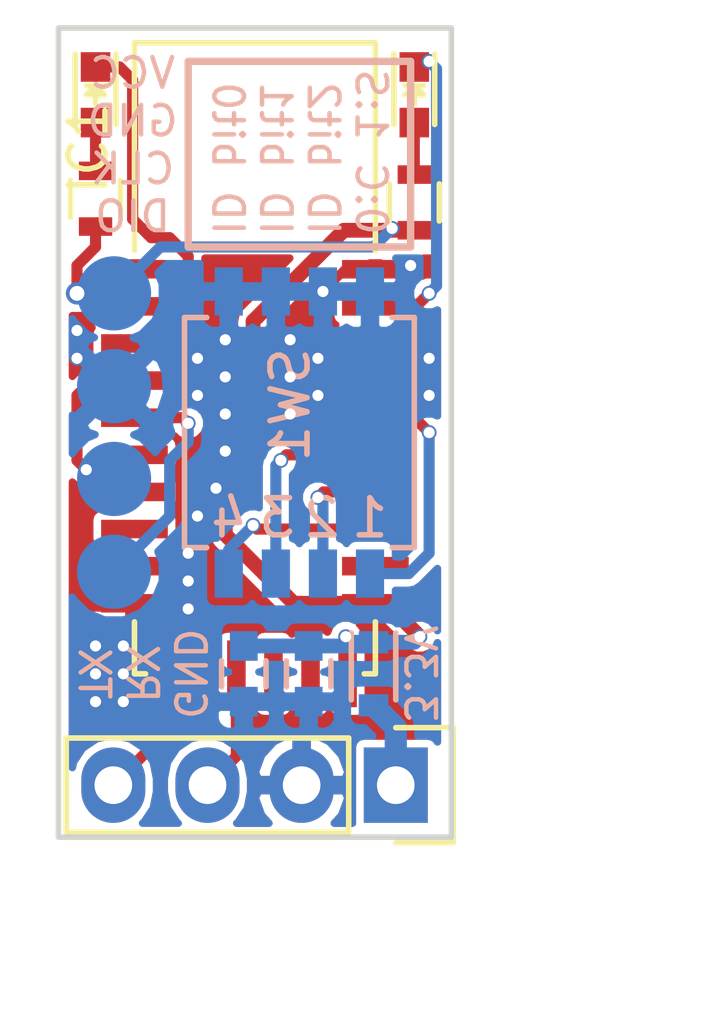
<source format=kicad_pcb>
(kicad_pcb (version 4) (host pcbnew 4.0.5)

  (general
    (links 33)
    (no_connects 0)
    (area 138.125 93.771428 161.35 123.400001)
    (thickness 1.6)
    (drawings 15)
    (tracks 168)
    (zones 0)
    (modules 14)
    (nets 16)
  )

  (page A4)
  (title_block
    (title B-ART_typeP)
    (date 2016-11-27)
    (rev 1)
    (company idt12312)
  )

  (layers
    (0 F.Cu signal)
    (31 B.Cu signal)
    (32 B.Adhes user)
    (33 F.Adhes user)
    (34 B.Paste user)
    (35 F.Paste user)
    (36 B.SilkS user)
    (37 F.SilkS user)
    (38 B.Mask user)
    (39 F.Mask user)
    (40 Dwgs.User user)
    (41 Cmts.User user)
    (42 Eco1.User user)
    (43 Eco2.User user)
    (44 Edge.Cuts user)
    (45 Margin user)
    (46 B.CrtYd user)
    (47 F.CrtYd user)
    (48 B.Fab user)
    (49 F.Fab user)
  )

  (setup
    (last_trace_width 0.25)
    (user_trace_width 0.2)
    (user_trace_width 0.3)
    (user_trace_width 0.4)
    (user_trace_width 0.6)
    (user_trace_width 0.8)
    (user_trace_width 1)
    (trace_clearance 0.2)
    (zone_clearance 0.2)
    (zone_45_only yes)
    (trace_min 0.2)
    (segment_width 0.2)
    (edge_width 0.15)
    (via_size 0.6)
    (via_drill 0.4)
    (via_min_size 0.4)
    (via_min_drill 0.3)
    (user_via 0.4 0.3)
    (user_via 0.6 0.4)
    (user_via 1 0.6)
    (uvia_size 0.3)
    (uvia_drill 0.1)
    (uvias_allowed no)
    (uvia_min_size 0.2)
    (uvia_min_drill 0.1)
    (pcb_text_width 0.3)
    (pcb_text_size 1.5 1.5)
    (mod_edge_width 0.15)
    (mod_text_size 1 1)
    (mod_text_width 0.15)
    (pad_size 1.524 1.524)
    (pad_drill 0.762)
    (pad_to_mask_clearance 0.2)
    (aux_axis_origin 0 0)
    (visible_elements 7FFEFFFF)
    (pcbplotparams
      (layerselection 0x00030_80000001)
      (usegerberextensions false)
      (excludeedgelayer true)
      (linewidth 0.100000)
      (plotframeref false)
      (viasonmask false)
      (mode 1)
      (useauxorigin false)
      (hpglpennumber 1)
      (hpglpenspeed 20)
      (hpglpendiameter 15)
      (hpglpenoverlay 2)
      (psnegative false)
      (psa4output false)
      (plotreference true)
      (plotvalue true)
      (plotinvisibletext false)
      (padsonsilk false)
      (subtractmaskfromsilk false)
      (outputformat 1)
      (mirror false)
      (drillshape 1)
      (scaleselection 1)
      (outputdirectory ""))
  )

  (net 0 "")
  (net 1 +3V3)
  (net 2 GND)
  (net 3 "Net-(D1-Pad2)")
  (net 4 "Net-(D2-Pad2)")
  (net 5 "Net-(D2-Pad1)")
  (net 6 "Net-(D3-Pad2)")
  (net 7 /RX)
  (net 8 /TX)
  (net 9 "Net-(D3-Pad1)")
  (net 10 /SW4)
  (net 11 /SW2)
  (net 12 /SW3)
  (net 13 /SW1)
  (net 14 "Net-(IC1-Pad4)")
  (net 15 "Net-(IC1-Pad5)")

  (net_class Default "これは標準のネット クラスです。"
    (clearance 0.2)
    (trace_width 0.25)
    (via_dia 0.6)
    (via_drill 0.4)
    (uvia_dia 0.3)
    (uvia_drill 0.1)
    (add_net +3V3)
    (add_net /RX)
    (add_net /SW1)
    (add_net /SW2)
    (add_net /SW3)
    (add_net /SW4)
    (add_net /TX)
    (add_net GND)
    (add_net "Net-(D1-Pad2)")
    (add_net "Net-(D2-Pad1)")
    (add_net "Net-(D2-Pad2)")
    (add_net "Net-(D3-Pad1)")
    (add_net "Net-(D3-Pad2)")
    (add_net "Net-(IC1-Pad4)")
    (add_net "Net-(IC1-Pad5)")
  )

  (module Capacitors_SMD:C_0603 placed (layer B.Cu) (tedit 583A54F8) (tstamp 583A4325)
    (at 146.75 112 270)
    (descr "Capacitor SMD 0603, reflow soldering, AVX (see smccp.pdf)")
    (tags "capacitor 0603")
    (path /5839CAAC)
    (attr smd)
    (fp_text reference C1 (at 0 1.9 270) (layer B.SilkS) hide
      (effects (font (size 1 1) (thickness 0.15)) (justify mirror))
    )
    (fp_text value 10u (at 0 -1.9 270) (layer B.Fab)
      (effects (font (size 1 1) (thickness 0.15)) (justify mirror))
    )
    (fp_line (start -0.8 -0.4) (end -0.8 0.4) (layer B.Fab) (width 0.15))
    (fp_line (start 0.8 -0.4) (end -0.8 -0.4) (layer B.Fab) (width 0.15))
    (fp_line (start 0.8 0.4) (end 0.8 -0.4) (layer B.Fab) (width 0.15))
    (fp_line (start -0.8 0.4) (end 0.8 0.4) (layer B.Fab) (width 0.15))
    (fp_line (start -1.45 0.75) (end 1.45 0.75) (layer B.CrtYd) (width 0.05))
    (fp_line (start -1.45 -0.75) (end 1.45 -0.75) (layer B.CrtYd) (width 0.05))
    (fp_line (start -1.45 0.75) (end -1.45 -0.75) (layer B.CrtYd) (width 0.05))
    (fp_line (start 1.45 0.75) (end 1.45 -0.75) (layer B.CrtYd) (width 0.05))
    (fp_line (start -0.35 0.6) (end 0.35 0.6) (layer B.SilkS) (width 0.15))
    (fp_line (start 0.35 -0.6) (end -0.35 -0.6) (layer B.SilkS) (width 0.15))
    (pad 1 smd rect (at -0.75 0 270) (size 0.8 0.75) (layers B.Cu B.Paste B.Mask)
      (net 1 +3V3))
    (pad 2 smd rect (at 0.75 0 270) (size 0.8 0.75) (layers B.Cu B.Paste B.Mask)
      (net 2 GND))
    (model Capacitors_SMD.3dshapes/C_0603.wrl
      (at (xyz 0 0 0))
      (scale (xyz 1 1 1))
      (rotate (xyz 0 0 0))
    )
  )

  (module Capacitors_SMD:C_0603 placed (layer B.Cu) (tedit 583A54FE) (tstamp 583A432B)
    (at 145 112 270)
    (descr "Capacitor SMD 0603, reflow soldering, AVX (see smccp.pdf)")
    (tags "capacitor 0603")
    (path /5839CB30)
    (attr smd)
    (fp_text reference C2 (at -1.7 1.8 360) (layer B.SilkS) hide
      (effects (font (size 1 1) (thickness 0.15)) (justify mirror))
    )
    (fp_text value 0.1u (at 0 -1.9 270) (layer B.Fab)
      (effects (font (size 1 1) (thickness 0.15)) (justify mirror))
    )
    (fp_line (start -0.8 -0.4) (end -0.8 0.4) (layer B.Fab) (width 0.15))
    (fp_line (start 0.8 -0.4) (end -0.8 -0.4) (layer B.Fab) (width 0.15))
    (fp_line (start 0.8 0.4) (end 0.8 -0.4) (layer B.Fab) (width 0.15))
    (fp_line (start -0.8 0.4) (end 0.8 0.4) (layer B.Fab) (width 0.15))
    (fp_line (start -1.45 0.75) (end 1.45 0.75) (layer B.CrtYd) (width 0.05))
    (fp_line (start -1.45 -0.75) (end 1.45 -0.75) (layer B.CrtYd) (width 0.05))
    (fp_line (start -1.45 0.75) (end -1.45 -0.75) (layer B.CrtYd) (width 0.05))
    (fp_line (start 1.45 0.75) (end 1.45 -0.75) (layer B.CrtYd) (width 0.05))
    (fp_line (start -0.35 0.6) (end 0.35 0.6) (layer B.SilkS) (width 0.15))
    (fp_line (start 0.35 -0.6) (end -0.35 -0.6) (layer B.SilkS) (width 0.15))
    (pad 1 smd rect (at -0.75 0 270) (size 0.8 0.75) (layers B.Cu B.Paste B.Mask)
      (net 1 +3V3))
    (pad 2 smd rect (at 0.75 0 270) (size 0.8 0.75) (layers B.Cu B.Paste B.Mask)
      (net 2 GND))
    (model Capacitors_SMD.3dshapes/C_0603.wrl
      (at (xyz 0 0 0))
      (scale (xyz 1 1 1))
      (rotate (xyz 0 0 0))
    )
  )

  (module Diodes_SMD:D_0603 placed (layer B.Cu) (tedit 589BC968) (tstamp 583A4331)
    (at 148.5 112 270)
    (descr "Diode SMD in 0603 package")
    (tags "smd diode")
    (path /5839C4E6)
    (attr smd)
    (fp_text reference D1 (at -2.5 -0.4 270) (layer B.SilkS) hide
      (effects (font (size 1 1) (thickness 0.15)) (justify mirror))
    )
    (fp_text value RB520S (at 0 1.5 270) (layer B.Fab)
      (effects (font (size 1 1) (thickness 0.15)) (justify mirror))
    )
    (fp_line (start 1.5 -0.8) (end 1.5 0.8) (layer B.CrtYd) (width 0.05))
    (fp_line (start -1.5 -0.8) (end 1.5 -0.8) (layer B.CrtYd) (width 0.05))
    (fp_line (start -1.5 0.8) (end -1.5 -0.8) (layer B.CrtYd) (width 0.05))
    (fp_line (start 1.5 0.8) (end -1.5 0.8) (layer B.CrtYd) (width 0.05))
    (fp_line (start 0.2 0) (end 0.4 0) (layer B.Fab) (width 0.15))
    (fp_line (start -0.1 0) (end -0.3 0) (layer B.Fab) (width 0.15))
    (fp_line (start -0.1 0.2) (end -0.1 -0.2) (layer B.Fab) (width 0.15))
    (fp_line (start 0.2 -0.2) (end 0.2 0.2) (layer B.Fab) (width 0.15))
    (fp_line (start -0.1 0) (end 0.2 -0.2) (layer B.Fab) (width 0.15))
    (fp_line (start 0.2 0.2) (end -0.1 0) (layer B.Fab) (width 0.15))
    (fp_line (start -0.8 -0.5) (end -0.8 0.5) (layer B.Fab) (width 0.15))
    (fp_line (start 0.8 -0.5) (end -0.8 -0.5) (layer B.Fab) (width 0.15))
    (fp_line (start 0.8 0.5) (end 0.8 -0.5) (layer B.Fab) (width 0.15))
    (fp_line (start -0.8 0.5) (end 0.8 0.5) (layer B.Fab) (width 0.15))
    (fp_line (start -1.1 -0.6) (end 0.7 -0.6) (layer B.SilkS) (width 0.15))
    (fp_line (start -1.1 0.6) (end 0.7 0.6) (layer B.SilkS) (width 0.15))
    (pad 1 smd rect (at -0.85 0 270) (size 0.6 0.8) (layers B.Cu B.Paste B.Mask)
      (net 1 +3V3))
    (pad 2 smd rect (at 0.85 0 270) (size 0.6 0.8) (layers B.Cu B.Paste B.Mask)
      (net 3 "Net-(D1-Pad2)"))
  )

  (module LEDs:LED_0603 placed (layer F.Cu) (tedit 589C6BD5) (tstamp 583A4337)
    (at 141 96.4 270)
    (descr "LED 0603 smd package")
    (tags "LED led 0603 SMD smd SMT smt smdled SMDLED smtled SMTLED")
    (path /589B6270)
    (attr smd)
    (fp_text reference D2 (at 0.1 -1.75 270) (layer F.SilkS) hide
      (effects (font (size 1 1) (thickness 0.15)))
    )
    (fp_text value RED (at 0 1.5 270) (layer F.Fab)
      (effects (font (size 1 1) (thickness 0.15)))
    )
    (fp_line (start -0.3 -0.2) (end -0.3 0.2) (layer F.Fab) (width 0.15))
    (fp_line (start -0.2 0) (end 0.1 -0.2) (layer F.Fab) (width 0.15))
    (fp_line (start 0.1 0.2) (end -0.2 0) (layer F.Fab) (width 0.15))
    (fp_line (start 0.1 -0.2) (end 0.1 0.2) (layer F.Fab) (width 0.15))
    (fp_line (start 0.8 0.4) (end -0.8 0.4) (layer F.Fab) (width 0.15))
    (fp_line (start 0.8 -0.4) (end 0.8 0.4) (layer F.Fab) (width 0.15))
    (fp_line (start -0.8 -0.4) (end 0.8 -0.4) (layer F.Fab) (width 0.15))
    (fp_line (start -0.8 0.4) (end -0.8 -0.4) (layer F.Fab) (width 0.15))
    (fp_line (start -1.1 0.55) (end 0.8 0.55) (layer F.SilkS) (width 0.15))
    (fp_line (start -1.1 -0.55) (end 0.8 -0.55) (layer F.SilkS) (width 0.15))
    (fp_line (start -0.2 0) (end 0.25 0) (layer F.SilkS) (width 0.15))
    (fp_line (start -0.25 -0.25) (end -0.25 0.25) (layer F.SilkS) (width 0.15))
    (fp_line (start -0.25 0) (end 0 -0.25) (layer F.SilkS) (width 0.15))
    (fp_line (start 0 -0.25) (end 0 0.25) (layer F.SilkS) (width 0.15))
    (fp_line (start 0 0.25) (end -0.25 0) (layer F.SilkS) (width 0.15))
    (fp_line (start 1.4 -0.75) (end 1.4 0.75) (layer F.CrtYd) (width 0.05))
    (fp_line (start 1.4 0.75) (end -1.4 0.75) (layer F.CrtYd) (width 0.05))
    (fp_line (start -1.4 0.75) (end -1.4 -0.75) (layer F.CrtYd) (width 0.05))
    (fp_line (start -1.4 -0.75) (end 1.4 -0.75) (layer F.CrtYd) (width 0.05))
    (pad 2 smd rect (at 0.7493 0 90) (size 0.79756 0.79756) (layers F.Cu F.Paste F.Mask)
      (net 4 "Net-(D2-Pad2)"))
    (pad 1 smd rect (at -0.7493 0 90) (size 0.79756 0.79756) (layers F.Cu F.Paste F.Mask)
      (net 5 "Net-(D2-Pad1)"))
    (model LEDs.3dshapes/LED_0603.wrl
      (at (xyz 0 0 0))
      (scale (xyz 1 1 1))
      (rotate (xyz 0 0 180))
    )
  )

  (module LEDs:LED_0603 placed (layer F.Cu) (tedit 589C6BDB) (tstamp 583A433D)
    (at 149.6 96.4 270)
    (descr "LED 0603 smd package")
    (tags "LED led 0603 SMD smd SMT smt smdled SMDLED smtled SMTLED")
    (path /589B6273)
    (attr smd)
    (fp_text reference D3 (at 0.1 1.6 270) (layer F.SilkS) hide
      (effects (font (size 1 1) (thickness 0.15)))
    )
    (fp_text value GREEN (at 0 1.5 270) (layer F.Fab)
      (effects (font (size 1 1) (thickness 0.15)))
    )
    (fp_line (start -0.3 -0.2) (end -0.3 0.2) (layer F.Fab) (width 0.15))
    (fp_line (start -0.2 0) (end 0.1 -0.2) (layer F.Fab) (width 0.15))
    (fp_line (start 0.1 0.2) (end -0.2 0) (layer F.Fab) (width 0.15))
    (fp_line (start 0.1 -0.2) (end 0.1 0.2) (layer F.Fab) (width 0.15))
    (fp_line (start 0.8 0.4) (end -0.8 0.4) (layer F.Fab) (width 0.15))
    (fp_line (start 0.8 -0.4) (end 0.8 0.4) (layer F.Fab) (width 0.15))
    (fp_line (start -0.8 -0.4) (end 0.8 -0.4) (layer F.Fab) (width 0.15))
    (fp_line (start -0.8 0.4) (end -0.8 -0.4) (layer F.Fab) (width 0.15))
    (fp_line (start -1.1 0.55) (end 0.8 0.55) (layer F.SilkS) (width 0.15))
    (fp_line (start -1.1 -0.55) (end 0.8 -0.55) (layer F.SilkS) (width 0.15))
    (fp_line (start -0.2 0) (end 0.25 0) (layer F.SilkS) (width 0.15))
    (fp_line (start -0.25 -0.25) (end -0.25 0.25) (layer F.SilkS) (width 0.15))
    (fp_line (start -0.25 0) (end 0 -0.25) (layer F.SilkS) (width 0.15))
    (fp_line (start 0 -0.25) (end 0 0.25) (layer F.SilkS) (width 0.15))
    (fp_line (start 0 0.25) (end -0.25 0) (layer F.SilkS) (width 0.15))
    (fp_line (start 1.4 -0.75) (end 1.4 0.75) (layer F.CrtYd) (width 0.05))
    (fp_line (start 1.4 0.75) (end -1.4 0.75) (layer F.CrtYd) (width 0.05))
    (fp_line (start -1.4 0.75) (end -1.4 -0.75) (layer F.CrtYd) (width 0.05))
    (fp_line (start -1.4 -0.75) (end 1.4 -0.75) (layer F.CrtYd) (width 0.05))
    (pad 2 smd rect (at 0.7493 0 90) (size 0.79756 0.79756) (layers F.Cu F.Paste F.Mask)
      (net 6 "Net-(D3-Pad2)"))
    (pad 1 smd rect (at -0.7493 0 90) (size 0.79756 0.79756) (layers F.Cu F.Paste F.Mask)
      (net 9 "Net-(D3-Pad1)"))
    (model LEDs.3dshapes/LED_0603.wrl
      (at (xyz 0 0 0))
      (scale (xyz 1 1 1))
      (rotate (xyz 0 0 180))
    )
  )

  (module Pin_Headers:Pin_Header_Straight_1x04 placed (layer F.Cu) (tedit 589C6BFA) (tstamp 583A4345)
    (at 149.1 115 270)
    (descr "Through hole pin header")
    (tags "pin header")
    (path /5839B0F5)
    (fp_text reference P1 (at -2 7.6 360) (layer F.SilkS) hide
      (effects (font (size 1 1) (thickness 0.15)))
    )
    (fp_text value CONN_01X04 (at 0 -3.1 270) (layer F.Fab)
      (effects (font (size 1 1) (thickness 0.15)))
    )
    (fp_line (start -1.75 -1.75) (end -1.75 9.4) (layer F.CrtYd) (width 0.05))
    (fp_line (start 1.75 -1.75) (end 1.75 9.4) (layer F.CrtYd) (width 0.05))
    (fp_line (start -1.75 -1.75) (end 1.75 -1.75) (layer F.CrtYd) (width 0.05))
    (fp_line (start -1.75 9.4) (end 1.75 9.4) (layer F.CrtYd) (width 0.05))
    (fp_line (start -1.27 1.27) (end -1.27 8.89) (layer F.SilkS) (width 0.15))
    (fp_line (start 1.27 1.27) (end 1.27 8.89) (layer F.SilkS) (width 0.15))
    (fp_line (start 1.55 -1.55) (end 1.55 0) (layer F.SilkS) (width 0.15))
    (fp_line (start -1.27 8.89) (end 1.27 8.89) (layer F.SilkS) (width 0.15))
    (fp_line (start 1.27 1.27) (end -1.27 1.27) (layer F.SilkS) (width 0.15))
    (fp_line (start -1.55 0) (end -1.55 -1.55) (layer F.SilkS) (width 0.15))
    (fp_line (start -1.55 -1.55) (end 1.55 -1.55) (layer F.SilkS) (width 0.15))
    (pad 1 thru_hole rect (at 0 0 270) (size 2.032 1.7272) (drill 1.016) (layers *.Cu *.Mask)
      (net 3 "Net-(D1-Pad2)"))
    (pad 2 thru_hole oval (at 0 2.54 270) (size 2.032 1.7272) (drill 1.016) (layers *.Cu *.Mask)
      (net 2 GND))
    (pad 3 thru_hole oval (at 0 5.08 270) (size 2.032 1.7272) (drill 1.016) (layers *.Cu *.Mask)
      (net 7 /RX))
    (pad 4 thru_hole oval (at 0 7.62 270) (size 2.032 1.7272) (drill 1.016) (layers *.Cu *.Mask)
      (net 8 /TX))
    (model Pin_Headers.3dshapes/Pin_Header_Straight_1x04.wrl
      (at (xyz 0 -0.15 0))
      (scale (xyz 1 1 1))
      (rotate (xyz 0 0 90))
    )
  )

  (module Resistors_SMD:R_0603 placed (layer F.Cu) (tedit 589C6BD0) (tstamp 583A435F)
    (at 141 99.2 90)
    (descr "Resistor SMD 0603, reflow soldering, Vishay (see dcrcw.pdf)")
    (tags "resistor 0603")
    (path /589B6271)
    (attr smd)
    (fp_text reference R1 (at 0.2 1.75 90) (layer F.SilkS) hide
      (effects (font (size 1 1) (thickness 0.15)))
    )
    (fp_text value 1k (at 0 1.9 90) (layer F.Fab)
      (effects (font (size 1 1) (thickness 0.15)))
    )
    (fp_line (start -0.8 0.4) (end -0.8 -0.4) (layer F.Fab) (width 0.1))
    (fp_line (start 0.8 0.4) (end -0.8 0.4) (layer F.Fab) (width 0.1))
    (fp_line (start 0.8 -0.4) (end 0.8 0.4) (layer F.Fab) (width 0.1))
    (fp_line (start -0.8 -0.4) (end 0.8 -0.4) (layer F.Fab) (width 0.1))
    (fp_line (start -1.3 -0.8) (end 1.3 -0.8) (layer F.CrtYd) (width 0.05))
    (fp_line (start -1.3 0.8) (end 1.3 0.8) (layer F.CrtYd) (width 0.05))
    (fp_line (start -1.3 -0.8) (end -1.3 0.8) (layer F.CrtYd) (width 0.05))
    (fp_line (start 1.3 -0.8) (end 1.3 0.8) (layer F.CrtYd) (width 0.05))
    (fp_line (start 0.5 0.675) (end -0.5 0.675) (layer F.SilkS) (width 0.15))
    (fp_line (start -0.5 -0.675) (end 0.5 -0.675) (layer F.SilkS) (width 0.15))
    (pad 1 smd rect (at -0.75 0 90) (size 0.5 0.9) (layers F.Cu F.Paste F.Mask)
      (net 1 +3V3))
    (pad 2 smd rect (at 0.75 0 90) (size 0.5 0.9) (layers F.Cu F.Paste F.Mask)
      (net 4 "Net-(D2-Pad2)"))
    (model Resistors_SMD.3dshapes/R_0603.wrl
      (at (xyz 0 0 0))
      (scale (xyz 1 1 1))
      (rotate (xyz 0 0 0))
    )
  )

  (module Resistors_SMD:R_0603 placed (layer F.Cu) (tedit 589C6BE0) (tstamp 583A4365)
    (at 149.6 99.3 90)
    (descr "Resistor SMD 0603, reflow soldering, Vishay (see dcrcw.pdf)")
    (tags "resistor 0603")
    (path /589B6274)
    (attr smd)
    (fp_text reference R2 (at 0.05 -1.6 90) (layer F.SilkS) hide
      (effects (font (size 1 1) (thickness 0.15)))
    )
    (fp_text value 510 (at 0 1.9 90) (layer F.Fab)
      (effects (font (size 1 1) (thickness 0.15)))
    )
    (fp_line (start -0.8 0.4) (end -0.8 -0.4) (layer F.Fab) (width 0.1))
    (fp_line (start 0.8 0.4) (end -0.8 0.4) (layer F.Fab) (width 0.1))
    (fp_line (start 0.8 -0.4) (end 0.8 0.4) (layer F.Fab) (width 0.1))
    (fp_line (start -0.8 -0.4) (end 0.8 -0.4) (layer F.Fab) (width 0.1))
    (fp_line (start -1.3 -0.8) (end 1.3 -0.8) (layer F.CrtYd) (width 0.05))
    (fp_line (start -1.3 0.8) (end 1.3 0.8) (layer F.CrtYd) (width 0.05))
    (fp_line (start -1.3 -0.8) (end -1.3 0.8) (layer F.CrtYd) (width 0.05))
    (fp_line (start 1.3 -0.8) (end 1.3 0.8) (layer F.CrtYd) (width 0.05))
    (fp_line (start 0.5 0.675) (end -0.5 0.675) (layer F.SilkS) (width 0.15))
    (fp_line (start -0.5 -0.675) (end 0.5 -0.675) (layer F.SilkS) (width 0.15))
    (pad 1 smd rect (at -0.75 0 90) (size 0.5 0.9) (layers F.Cu F.Paste F.Mask)
      (net 1 +3V3))
    (pad 2 smd rect (at 0.75 0 90) (size 0.5 0.9) (layers F.Cu F.Paste F.Mask)
      (net 6 "Net-(D3-Pad2)"))
    (model Resistors_SMD.3dshapes/R_0603.wrl
      (at (xyz 0 0 0))
      (scale (xyz 1 1 1))
      (rotate (xyz 0 0 0))
    )
  )

  (module B-ART:BVMCN5103-BK (layer F.Cu) (tedit 5839ADF8) (tstamp 589B45B6)
    (at 145.3 110.1)
    (path /589B626F)
    (fp_text reference IC1 (at -4.5 -12.25 90) (layer F.SilkS)
      (effects (font (size 1 1) (thickness 0.15)))
    )
    (fp_text value BVMCN5103-BK (at 0 -6.25 90) (layer F.Fab)
      (effects (font (size 1 1) (thickness 0.15)))
    )
    (fp_line (start 3.25 -15.1) (end -3.25 -15.1) (layer F.SilkS) (width 0.15))
    (fp_line (start 3.25 -9.5) (end 3.25 -15.1) (layer F.SilkS) (width 0.15))
    (fp_line (start -3.25 -9.5) (end -3.25 -15.1) (layer F.SilkS) (width 0.15))
    (fp_line (start 3.25 1.9) (end 2.95 1.9) (layer F.SilkS) (width 0.15))
    (fp_line (start -3.25 1.9) (end -2.95 1.9) (layer F.SilkS) (width 0.15))
    (fp_line (start 3.25 0.5) (end 3.25 1.9) (layer F.SilkS) (width 0.15))
    (fp_line (start -3.25 0.5) (end -3.25 1.9) (layer F.SilkS) (width 0.15))
    (pad 17 smd rect (at 3.25 0) (size 1.8 0.5) (layers F.Cu F.Paste F.Mask)
      (net 1 +3V3))
    (pad 18 smd rect (at 3.25 -1) (size 1.8 0.5) (layers F.Cu F.Paste F.Mask))
    (pad 19 smd rect (at 3.25 -2) (size 1.8 0.5) (layers F.Cu F.Paste F.Mask)
      (net 10 /SW4))
    (pad 20 smd rect (at 3.25 -3) (size 1.8 0.5) (layers F.Cu F.Paste F.Mask)
      (net 11 /SW2))
    (pad 21 smd rect (at 3.25 -4) (size 1.8 0.5) (layers F.Cu F.Paste F.Mask)
      (net 12 /SW3))
    (pad 22 smd rect (at 3.25 -5) (size 1.8 0.5) (layers F.Cu F.Paste F.Mask)
      (net 13 /SW1))
    (pad 23 smd rect (at 3.25 -6) (size 1.8 0.5) (layers F.Cu F.Paste F.Mask))
    (pad 24 smd rect (at 3.25 -7) (size 1.8 0.5) (layers F.Cu F.Paste F.Mask))
    (pad 25 smd rect (at 3.25 -8) (size 1.8 0.5) (layers F.Cu F.Paste F.Mask)
      (net 9 "Net-(D3-Pad1)"))
    (pad 26 smd rect (at 3.25 -9) (size 1.8 0.5) (layers F.Cu F.Paste F.Mask)
      (net 2 GND))
    (pad 1 smd rect (at -3.25 -9) (size 1.8 0.5) (layers F.Cu F.Paste F.Mask)
      (net 2 GND))
    (pad 2 smd rect (at -3.25 -8) (size 1.8 0.5) (layers F.Cu F.Paste F.Mask)
      (net 2 GND))
    (pad 3 smd rect (at -3.25 -7) (size 1.8 0.5) (layers F.Cu F.Paste F.Mask)
      (net 5 "Net-(D2-Pad1)"))
    (pad 4 smd rect (at -3.25 -6) (size 1.8 0.5) (layers F.Cu F.Paste F.Mask)
      (net 14 "Net-(IC1-Pad4)"))
    (pad 5 smd rect (at -3.25 -5) (size 1.8 0.5) (layers F.Cu F.Paste F.Mask)
      (net 15 "Net-(IC1-Pad5)"))
    (pad 6 smd rect (at -3.25 -4) (size 1.8 0.5) (layers F.Cu F.Paste F.Mask))
    (pad 7 smd rect (at -3.25 -3) (size 1.8 0.5) (layers F.Cu F.Paste F.Mask))
    (pad 8 smd rect (at -3.25 -2) (size 1.8 0.5) (layers F.Cu F.Paste F.Mask))
    (pad 9 smd rect (at -3.25 -1) (size 1.8 0.5) (layers F.Cu F.Paste F.Mask)
      (net 2 GND))
    (pad 10 smd rect (at -3.25 0) (size 1.8 0.5) (layers F.Cu F.Paste F.Mask)
      (net 2 GND))
    (pad 11 smd rect (at -2.5 1.9 90) (size 1.8 0.5) (layers F.Cu F.Paste F.Mask)
      (net 2 GND))
    (pad 12 smd rect (at -1.5 1.9 90) (size 1.8 0.5) (layers F.Cu F.Paste F.Mask)
      (net 8 /TX))
    (pad 13 smd rect (at -0.5 1.9 90) (size 1.8 0.5) (layers F.Cu F.Paste F.Mask)
      (net 7 /RX))
    (pad 14 smd rect (at 0.5 1.9 90) (size 1.8 0.5) (layers F.Cu F.Paste F.Mask))
    (pad 15 smd rect (at 1.5 1.9 90) (size 1.8 0.5) (layers F.Cu F.Paste F.Mask))
    (pad 16 smd rect (at 2.5 1.9 90) (size 1.8 0.5) (layers F.Cu F.Paste F.Mask)
      (net 1 +3V3))
  )

  (module B-ART:DIPSW-4P (layer B.Cu) (tedit 589BC730) (tstamp 589B45C2)
    (at 146.5 105.5 180)
    (path /589B6278)
    (fp_text reference SW1 (at 0.25 0.75 270) (layer B.SilkS)
      (effects (font (size 1 1) (thickness 0.15)) (justify mirror))
    )
    (fp_text value DIPSW-4 (at 4.4 0.1 450) (layer B.Fab)
      (effects (font (size 1 1) (thickness 0.15)) (justify mirror))
    )
    (fp_text user 4 (at 1.9 -2.3 180) (layer B.SilkS)
      (effects (font (size 1 1) (thickness 0.15)) (justify mirror))
    )
    (fp_text user 3 (at 0.6 -2.3 180) (layer B.SilkS)
      (effects (font (size 1 1) (thickness 0.15)) (justify mirror))
    )
    (fp_text user 2 (at -0.6 -2.3 180) (layer B.SilkS)
      (effects (font (size 1 1) (thickness 0.15)) (justify mirror))
    )
    (fp_text user 1 (at -1.9 -2.3 180) (layer B.SilkS)
      (effects (font (size 1 1) (thickness 0.15)) (justify mirror))
    )
    (fp_line (start -2.5 -3.1) (end -3.1 -3.1) (layer B.SilkS) (width 0.15))
    (fp_line (start -3.1 -3.1) (end -3.1 3.1) (layer B.SilkS) (width 0.15))
    (fp_line (start 2.5 3.1) (end 3.1 3.1) (layer B.SilkS) (width 0.15))
    (fp_line (start 3.1 3.1) (end 3.1 -3.1) (layer B.SilkS) (width 0.15))
    (fp_line (start 3.1 -3.1) (end 2.5 -3.1) (layer B.SilkS) (width 0.15))
    (fp_line (start -3.1 3.1) (end -2.5 3.1) (layer B.SilkS) (width 0.15))
    (pad 1 smd rect (at -1.905 -3.8 180) (size 0.76 1.3) (layers B.Cu B.Paste B.Mask)
      (net 13 /SW1))
    (pad 2 smd rect (at -0.635 -3.8 180) (size 0.76 1.3) (layers B.Cu B.Paste B.Mask)
      (net 11 /SW2))
    (pad 3 smd rect (at 0.635 -3.8 180) (size 0.76 1.3) (layers B.Cu B.Paste B.Mask)
      (net 12 /SW3))
    (pad 4 smd rect (at 1.905 -3.8 180) (size 0.76 1.3) (layers B.Cu B.Paste B.Mask)
      (net 10 /SW4))
    (pad 5 smd rect (at 1.905 3.8 180) (size 0.76 1.3) (layers B.Cu B.Paste B.Mask)
      (net 2 GND))
    (pad 6 smd rect (at 0.635 3.8 180) (size 0.76 1.3) (layers B.Cu B.Paste B.Mask)
      (net 2 GND))
    (pad 7 smd rect (at -0.635 3.8 180) (size 0.76 1.3) (layers B.Cu B.Paste B.Mask)
      (net 2 GND))
    (pad 8 smd rect (at -1.905 3.8 180) (size 0.76 1.3) (layers B.Cu B.Paste B.Mask)
      (net 2 GND))
  )

  (module B-ART:test_th_pad (layer B.Cu) (tedit 589BC920) (tstamp 589B45C7)
    (at 141.5 101.75)
    (path /589B628A)
    (fp_text reference W1 (at 0 -0.5) (layer B.SilkS) hide
      (effects (font (size 1 1) (thickness 0.15)) (justify mirror))
    )
    (fp_text value VCC (at 0 0.5) (layer B.Fab)
      (effects (font (size 1 1) (thickness 0.15)) (justify mirror))
    )
    (pad 1 smd circle (at 0 0) (size 2 2) (layers B.Cu B.Paste B.Mask)
      (net 1 +3V3))
  )

  (module B-ART:test_th_pad (layer B.Cu) (tedit 589BC925) (tstamp 589B45CC)
    (at 141.5 104.25)
    (path /589B628B)
    (fp_text reference W2 (at 0 -0.5) (layer B.SilkS) hide
      (effects (font (size 1 1) (thickness 0.15)) (justify mirror))
    )
    (fp_text value GND (at 0 0.5) (layer B.Fab)
      (effects (font (size 1 1) (thickness 0.15)) (justify mirror))
    )
    (pad 1 smd circle (at 0 0) (size 2 2) (layers B.Cu B.Paste B.Mask)
      (net 2 GND))
  )

  (module B-ART:test_th_pad (layer B.Cu) (tedit 589BC929) (tstamp 589B45D1)
    (at 141.5 106.75)
    (path /589B6288)
    (fp_text reference W3 (at 0 -0.5) (layer B.SilkS) hide
      (effects (font (size 1 1) (thickness 0.15)) (justify mirror))
    )
    (fp_text value SWDCLK (at 0 0.5) (layer B.Fab)
      (effects (font (size 1 1) (thickness 0.15)) (justify mirror))
    )
    (pad 1 smd circle (at 0 0) (size 2 2) (layers B.Cu B.Paste B.Mask)
      (net 14 "Net-(IC1-Pad4)"))
  )

  (module B-ART:test_th_pad (layer B.Cu) (tedit 589BC92E) (tstamp 589B45D6)
    (at 141.5 109.25)
    (path /589B6289)
    (fp_text reference W4 (at 0 -0.5) (layer B.SilkS) hide
      (effects (font (size 1 1) (thickness 0.15)) (justify mirror))
    )
    (fp_text value SWDIO (at 0 0.5) (layer B.Fab)
      (effects (font (size 1 1) (thickness 0.15)) (justify mirror))
    )
    (pad 1 smd circle (at 0 0) (size 2 2) (layers B.Cu B.Paste B.Mask)
      (net 15 "Net-(IC1-Pad5)"))
  )

  (gr_line (start 143.5 100.5) (end 143.75 100.5) (angle 90) (layer B.SilkS) (width 0.2))
  (gr_line (start 143.5 95.5) (end 143.5 100.5) (angle 90) (layer B.SilkS) (width 0.2))
  (gr_line (start 149.5 95.5) (end 143.5 95.5) (angle 90) (layer B.SilkS) (width 0.2))
  (gr_line (start 149.5 100.5) (end 149.5 95.5) (angle 90) (layer B.SilkS) (width 0.2))
  (gr_line (start 143.75 100.5) (end 149.5 100.5) (angle 90) (layer B.SilkS) (width 0.2))
  (gr_text 3.3V (at 149.75 112 270) (layer B.SilkS)
    (effects (font (size 0.8 0.8) (thickness 0.12)) (justify mirror))
  )
  (gr_text "GND\nRX\nTX" (at 142.25 112 270) (layer B.SilkS)
    (effects (font (size 0.8 0.8) (thickness 0.12)) (justify mirror))
  )
  (gr_text "VCC\nGND\nCLK\nDIO" (at 142 97.75) (layer B.SilkS)
    (effects (font (size 0.8 0.8) (thickness 0.12)) (justify mirror))
  )
  (gr_text "0:C 1:S\nID bit2\nID bit1\nID bit0" (at 146.5 100.25 270) (layer B.SilkS)
    (effects (font (size 0.8 0.8) (thickness 0.12)) (justify left mirror))
  )
  (dimension 21.8 (width 0.3) (layer Eco2.User)
    (gr_text "21.800 mm" (at 154.85 105.5 270) (layer Eco2.User)
      (effects (font (size 1.5 1.5) (thickness 0.3)))
    )
    (feature1 (pts (xy 150.6 116.4) (xy 156.2 116.4)))
    (feature2 (pts (xy 150.6 94.6) (xy 156.2 94.6)))
    (crossbar (pts (xy 153.5 94.6) (xy 153.5 116.4)))
    (arrow1a (pts (xy 153.5 116.4) (xy 152.913579 115.273496)))
    (arrow1b (pts (xy 153.5 116.4) (xy 154.086421 115.273496)))
    (arrow2a (pts (xy 153.5 94.6) (xy 152.913579 95.726504)))
    (arrow2b (pts (xy 153.5 94.6) (xy 154.086421 95.726504)))
  )
  (dimension 10.6 (width 0.3) (layer Eco2.User)
    (gr_text "10.600 mm" (at 145.2 118.7) (layer Eco2.User) (tstamp 583A5BFC)
      (effects (font (size 1.5 1.5) (thickness 0.3)))
    )
    (feature1 (pts (xy 150.6 116.4) (xy 150.6 123.4)))
    (feature2 (pts (xy 140 116.4) (xy 140 123.4)))
    (crossbar (pts (xy 140 120.7) (xy 150.6 120.7)))
    (arrow1a (pts (xy 150.6 120.7) (xy 149.473496 121.286421)))
    (arrow1b (pts (xy 150.6 120.7) (xy 149.473496 120.113579)))
    (arrow2a (pts (xy 140 120.7) (xy 141.126504 121.286421)))
    (arrow2b (pts (xy 140 120.7) (xy 141.126504 120.113579)))
  )
  (gr_line (start 140 94.6) (end 150.6 94.6) (angle 90) (layer Edge.Cuts) (width 0.15))
  (gr_line (start 140 116.4) (end 140 94.6) (angle 90) (layer Edge.Cuts) (width 0.15))
  (gr_line (start 150.6 116.4) (end 150.6 94.6) (angle 90) (layer Edge.Cuts) (width 0.15))
  (gr_line (start 140 116.4) (end 150.6 116.4) (angle 90) (layer Edge.Cuts) (width 0.15))

  (segment (start 148.75 100.05) (end 149.6 100.05) (width 0.4) (layer F.Cu) (net 1))
  (segment (start 147.7 100.05) (end 148.75 100.05) (width 0.4) (layer F.Cu) (net 1))
  (segment (start 144.5 108.25) (end 144.5 107.75) (width 0.4) (layer F.Cu) (net 1))
  (segment (start 145.25 102.5) (end 147.7 100.05) (width 0.4) (layer F.Cu) (net 1))
  (segment (start 146.35 110.1) (end 144.5 108.25) (width 0.4) (layer F.Cu) (net 1))
  (segment (start 145.25 107) (end 145.25 102.5) (width 0.4) (layer F.Cu) (net 1))
  (segment (start 148.55 110.1) (end 146.35 110.1) (width 0.4) (layer F.Cu) (net 1))
  (segment (start 144.5 107.75) (end 145.25 107) (width 0.4) (layer F.Cu) (net 1))
  (segment (start 141.5 101.75) (end 142.75 100.5) (width 0.3) (layer B.Cu) (net 1))
  (segment (start 149 100) (end 149.55 100) (width 0.3) (layer F.Cu) (net 1) (tstamp 589B4D67))
  (via (at 149 100) (size 0.4) (drill 0.3) (layers F.Cu B.Cu) (net 1))
  (segment (start 148.5 100.5) (end 149 100) (width 0.3) (layer B.Cu) (net 1) (tstamp 589B4D65))
  (segment (start 142.75 100.5) (end 148.5 100.5) (width 0.3) (layer B.Cu) (net 1) (tstamp 589B4D5C))
  (segment (start 149.55 100) (end 149.6 100.05) (width 0.3) (layer F.Cu) (net 1) (tstamp 589B4D68))
  (segment (start 147.8 112) (end 147.8 111.05) (width 0.4) (layer F.Cu) (net 1))
  (segment (start 147.9 111.15) (end 148.5 111.15) (width 0.4) (layer B.Cu) (net 1) (tstamp 589B4CE6))
  (segment (start 147.75 111) (end 147.9 111.15) (width 0.4) (layer B.Cu) (net 1) (tstamp 589B4CE5))
  (via (at 147.75 111) (size 0.4) (drill 0.3) (layers F.Cu B.Cu) (net 1))
  (segment (start 147.8 111.05) (end 147.75 111) (width 0.4) (layer F.Cu) (net 1) (tstamp 589B4CE0))
  (segment (start 148.5 111.15) (end 149.6 111.15) (width 0.4) (layer B.Cu) (net 1))
  (segment (start 149.6 111.15) (end 149.75 111) (width 0.4) (layer B.Cu) (net 1) (tstamp 589B4CDD))
  (segment (start 148.55 110.1) (end 148.85 110.1) (width 0.4) (layer F.Cu) (net 1))
  (segment (start 148.85 110.1) (end 149.75 111) (width 0.4) (layer F.Cu) (net 1) (tstamp 589B4CD0))
  (via (at 149.75 111) (size 0.4) (drill 0.3) (layers F.Cu B.Cu) (net 1))
  (segment (start 146.75 111.25) (end 148.4 111.25) (width 0.4) (layer B.Cu) (net 1))
  (segment (start 148.4 111.25) (end 148.5 111.15) (width 0.4) (layer B.Cu) (net 1) (tstamp 589B4CC6))
  (segment (start 145 111.25) (end 146.75 111.25) (width 0.4) (layer B.Cu) (net 1))
  (segment (start 141 99.95) (end 141 100.5) (width 0.3) (layer F.Cu) (net 1))
  (segment (start 140.5 101.75) (end 141.5 101.75) (width 0.3) (layer B.Cu) (net 1) (tstamp 589B4C73))
  (via (at 140.5 101.75) (size 0.6) (drill 0.4) (layers F.Cu B.Cu) (net 1))
  (segment (start 140.5 101) (end 140.5 101.75) (width 0.3) (layer F.Cu) (net 1) (tstamp 589B4C6E))
  (segment (start 141 100.5) (end 140.5 101) (width 0.3) (layer F.Cu) (net 1) (tstamp 589B4C6B))
  (segment (start 142.8 112) (end 142.8 110.85) (width 0.25) (layer F.Cu) (net 2))
  (segment (start 142.8 110.85) (end 142.05 110.1) (width 0.25) (layer F.Cu) (net 2) (tstamp 589C6B9A))
  (segment (start 147 103.5) (end 149 103.5) (width 0.25) (layer B.Cu) (net 2))
  (via (at 146.25 103) (size 0.4) (drill 0.3) (layers F.Cu B.Cu) (net 2))
  (segment (start 146.25 103) (end 146.25 104) (width 0.25) (layer F.Cu) (net 2) (tstamp 589BC18C))
  (via (at 146.25 104) (size 0.4) (drill 0.3) (layers F.Cu B.Cu) (net 2))
  (segment (start 146.25 104) (end 146.25 105) (width 0.25) (layer B.Cu) (net 2) (tstamp 589BC18F))
  (via (at 146.25 105) (size 0.4) (drill 0.3) (layers F.Cu B.Cu) (net 2))
  (segment (start 146.25 105) (end 146.75 104.5) (width 0.25) (layer F.Cu) (net 2) (tstamp 589BC192))
  (segment (start 146.75 104.5) (end 147 104.5) (width 0.25) (layer F.Cu) (net 2) (tstamp 589BC193))
  (via (at 147 104.5) (size 0.4) (drill 0.3) (layers F.Cu B.Cu) (net 2))
  (segment (start 147 104.5) (end 147 103.5) (width 0.25) (layer B.Cu) (net 2) (tstamp 589BC195))
  (via (at 147 103.5) (size 0.4) (drill 0.3) (layers F.Cu B.Cu) (net 2))
  (segment (start 144.5 103) (end 146.25 103) (width 0.25) (layer B.Cu) (net 2))
  (segment (start 150 103.5) (end 150 102.75) (width 0.25) (layer B.Cu) (net 2) (tstamp 589BC1A6))
  (via (at 150 103.5) (size 0.4) (drill 0.3) (layers F.Cu B.Cu) (net 2))
  (segment (start 150 104.5) (end 150 103.5) (width 0.25) (layer F.Cu) (net 2) (tstamp 589BC1A3))
  (via (at 150 104.5) (size 0.4) (drill 0.3) (layers F.Cu B.Cu) (net 2))
  (segment (start 149 103.5) (end 150 104.5) (width 0.25) (layer B.Cu) (net 2) (tstamp 589BC19C))
  (segment (start 144.5 103) (end 144.25 103) (width 0.25) (layer B.Cu) (net 2))
  (via (at 143.75 104.5) (size 0.4) (drill 0.3) (layers F.Cu B.Cu) (net 2))
  (segment (start 143.75 103.5) (end 143.75 104.5) (width 0.25) (layer F.Cu) (net 2) (tstamp 589BC185))
  (via (at 143.75 103.5) (size 0.4) (drill 0.3) (layers F.Cu B.Cu) (net 2))
  (segment (start 144.25 103) (end 143.75 103.5) (width 0.25) (layer B.Cu) (net 2) (tstamp 589BC183))
  (segment (start 144.595 101.7) (end 144.595 102.905) (width 0.25) (layer B.Cu) (net 2))
  (via (at 143.75 107.75) (size 0.4) (drill 0.3) (layers F.Cu B.Cu) (net 2))
  (segment (start 143.75 107.5) (end 143.75 107.75) (width 0.25) (layer F.Cu) (net 2) (tstamp 589BC17F))
  (segment (start 144.25 107) (end 143.75 107.5) (width 0.25) (layer F.Cu) (net 2) (tstamp 589BC17E))
  (via (at 144.25 107) (size 0.4) (drill 0.3) (layers F.Cu B.Cu) (net 2))
  (segment (start 144.25 106.25) (end 144.25 107) (width 0.25) (layer B.Cu) (net 2) (tstamp 589BC17C))
  (segment (start 144.5 106) (end 144.25 106.25) (width 0.25) (layer B.Cu) (net 2) (tstamp 589BC17B))
  (via (at 144.5 106) (size 0.4) (drill 0.3) (layers F.Cu B.Cu) (net 2))
  (segment (start 144.5 105) (end 144.5 106) (width 0.25) (layer F.Cu) (net 2) (tstamp 589BC178))
  (via (at 144.5 105) (size 0.4) (drill 0.3) (layers F.Cu B.Cu) (net 2))
  (segment (start 144.5 104) (end 144.5 105) (width 0.25) (layer B.Cu) (net 2) (tstamp 589BC175))
  (via (at 144.5 104) (size 0.4) (drill 0.3) (layers F.Cu B.Cu) (net 2))
  (segment (start 144.5 103) (end 144.5 104) (width 0.25) (layer F.Cu) (net 2) (tstamp 589BC172))
  (via (at 144.5 103) (size 0.4) (drill 0.3) (layers F.Cu B.Cu) (net 2))
  (segment (start 144.595 102.905) (end 144.5 103) (width 0.25) (layer B.Cu) (net 2) (tstamp 589BC16F))
  (segment (start 148.55 101.1) (end 147.735 101.1) (width 0.25) (layer F.Cu) (net 2))
  (segment (start 147.735 101.1) (end 147.135 101.7) (width 0.25) (layer F.Cu) (net 2))
  (via (at 147.135 101.7) (size 0.4) (drill 0.3) (layers F.Cu B.Cu) (net 2))
  (via (at 149.5 101) (size 0.4) (drill 0.3) (layers F.Cu B.Cu) (net 2))
  (segment (start 148.55 101.1) (end 149.4 101.1) (width 0.25) (layer F.Cu) (net 2))
  (segment (start 149.4 101.1) (end 149.5 101) (width 0.25) (layer F.Cu) (net 2))
  (segment (start 142.05 109.1) (end 143.15 109.1) (width 0.3) (layer F.Cu) (net 2))
  (via (at 143.5 110.25) (size 0.4) (drill 0.3) (layers F.Cu B.Cu) (net 2))
  (segment (start 143.5 109.5) (end 143.5 110.25) (width 0.3) (layer F.Cu) (net 2) (tstamp 589B4EBD))
  (via (at 143.5 109.5) (size 0.4) (drill 0.3) (layers F.Cu B.Cu) (net 2))
  (segment (start 143.5 108.75) (end 143.5 109.5) (width 0.3) (layer B.Cu) (net 2) (tstamp 589B4EBA))
  (via (at 143.5 108.75) (size 0.4) (drill 0.3) (layers F.Cu B.Cu) (net 2))
  (segment (start 143.15 109.1) (end 143.5 108.75) (width 0.3) (layer F.Cu) (net 2) (tstamp 589B4EB3))
  (segment (start 142.05 102.1) (end 141.15 102.1) (width 0.3) (layer F.Cu) (net 2))
  (segment (start 141.15 102.1) (end 140.5 102.75) (width 0.3) (layer F.Cu) (net 2) (tstamp 589B4E4F))
  (via (at 140.5 102.75) (size 0.4) (drill 0.3) (layers F.Cu B.Cu) (net 2))
  (segment (start 140.5 102.75) (end 140.5 103.5) (width 0.3) (layer B.Cu) (net 2) (tstamp 589B4E52))
  (via (at 140.5 103.5) (size 0.4) (drill 0.3) (layers F.Cu B.Cu) (net 2))
  (segment (start 142.8 112) (end 142.5 112) (width 0.3) (layer F.Cu) (net 2))
  (via (at 141 111.25) (size 0.4) (drill 0.3) (layers F.Cu B.Cu) (net 2))
  (segment (start 141 112) (end 141 111.25) (width 0.3) (layer B.Cu) (net 2) (tstamp 589B4E39))
  (via (at 141 112) (size 0.4) (drill 0.3) (layers F.Cu B.Cu) (net 2))
  (segment (start 141 112.75) (end 141 112) (width 0.3) (layer F.Cu) (net 2) (tstamp 589B4E36))
  (via (at 141 112.75) (size 0.4) (drill 0.3) (layers F.Cu B.Cu) (net 2))
  (segment (start 141.75 112.75) (end 141 112.75) (width 0.3) (layer B.Cu) (net 2) (tstamp 589B4E33))
  (via (at 141.75 112.75) (size 0.4) (drill 0.3) (layers F.Cu B.Cu) (net 2))
  (segment (start 141.75 112) (end 141.75 112.75) (width 0.3) (layer F.Cu) (net 2) (tstamp 589B4E30))
  (via (at 141.75 112) (size 0.4) (drill 0.3) (layers F.Cu B.Cu) (net 2))
  (segment (start 141.75 111.25) (end 141.75 112) (width 0.3) (layer B.Cu) (net 2) (tstamp 589B4E2D))
  (via (at 141.75 111.25) (size 0.4) (drill 0.3) (layers F.Cu B.Cu) (net 2))
  (segment (start 142.5 112) (end 141.75 111.25) (width 0.3) (layer F.Cu) (net 2) (tstamp 589B4E29))
  (segment (start 149.1 115) (end 149.1 113.45) (width 0.6) (layer B.Cu) (net 3))
  (segment (start 149.1 113.45) (end 148.5 112.85) (width 0.6) (layer B.Cu) (net 3) (tstamp 589B4C29))
  (segment (start 141 97.1493) (end 141 98.45) (width 0.3) (layer F.Cu) (net 4))
  (segment (start 142.05 103.1) (end 142.15 103) (width 0.3) (layer F.Cu) (net 5))
  (segment (start 142.15 103) (end 143.25 103) (width 0.3) (layer F.Cu) (net 5) (tstamp 589B4D48))
  (segment (start 141 95.6507) (end 141.6507 95.6507) (width 0.3) (layer F.Cu) (net 5))
  (segment (start 143.5 102.75) (end 143.25 103) (width 0.3) (layer F.Cu) (net 5) (tstamp 589B4D3E))
  (segment (start 143.5 100.75) (end 143.5 102.75) (width 0.3) (layer F.Cu) (net 5) (tstamp 589B4D3A))
  (segment (start 143 100.25) (end 143.5 100.75) (width 0.3) (layer F.Cu) (net 5) (tstamp 589B4D36))
  (segment (start 142.5 100.25) (end 143 100.25) (width 0.3) (layer F.Cu) (net 5) (tstamp 589B4D35))
  (segment (start 142 99.75) (end 142.5 100.25) (width 0.3) (layer F.Cu) (net 5) (tstamp 589B4D2D))
  (segment (start 142 96) (end 142 99.75) (width 0.3) (layer F.Cu) (net 5) (tstamp 589B4D25))
  (segment (start 141.6507 95.6507) (end 142 96) (width 0.3) (layer F.Cu) (net 5) (tstamp 589B4D24))
  (segment (start 149.6 97.1493) (end 149.6 98.55) (width 0.3) (layer F.Cu) (net 6))
  (segment (start 144.8 112) (end 144.8 114.22) (width 0.3) (layer F.Cu) (net 7))
  (segment (start 144.8 114.22) (end 144.02 115) (width 0.3) (layer F.Cu) (net 7) (tstamp 589B4C3B))
  (segment (start 143.8 112) (end 143.8 113.2) (width 0.3) (layer F.Cu) (net 8))
  (segment (start 142.98 113.5) (end 141.48 115) (width 0.3) (layer F.Cu) (net 8) (tstamp 589B4C45))
  (segment (start 143.5 113.5) (end 142.98 113.5) (width 0.3) (layer F.Cu) (net 8) (tstamp 589B4C41))
  (segment (start 143.8 113.2) (end 143.5 113.5) (width 0.3) (layer F.Cu) (net 8) (tstamp 589B4C3F))
  (segment (start 150.199999 95.699999) (end 150 95.5) (width 0.3) (layer B.Cu) (net 9))
  (segment (start 150.199999 101.550001) (end 150.199999 95.699999) (width 0.3) (layer B.Cu) (net 9))
  (segment (start 150 101.75) (end 150.199999 101.550001) (width 0.3) (layer B.Cu) (net 9))
  (segment (start 148.55 102.1) (end 149.65 102.1) (width 0.3) (layer F.Cu) (net 9))
  (segment (start 150 95.5) (end 149.8493 95.6507) (width 0.3) (layer F.Cu) (net 9) (tstamp 589B4DFB))
  (via (at 150 95.5) (size 0.4) (drill 0.3) (layers F.Cu B.Cu) (net 9))
  (via (at 150 101.75) (size 0.4) (drill 0.3) (layers F.Cu B.Cu) (net 9))
  (segment (start 149.65 102.1) (end 150 101.75) (width 0.3) (layer F.Cu) (net 9) (tstamp 589B4DF1))
  (segment (start 149.8493 95.6507) (end 149.6 95.6507) (width 0.3) (layer F.Cu) (net 9) (tstamp 589B4DFC))
  (segment (start 148.55 108.1) (end 145.35 108.1) (width 0.3) (layer F.Cu) (net 10))
  (segment (start 145.25 108) (end 144.595 108.655) (width 0.3) (layer B.Cu) (net 10) (tstamp 589BC095))
  (via (at 145.25 108) (size 0.4) (drill 0.3) (layers F.Cu B.Cu) (net 10))
  (segment (start 145.35 108.1) (end 145.25 108) (width 0.3) (layer F.Cu) (net 10) (tstamp 589BC091))
  (segment (start 144.595 108.655) (end 144.595 109.3) (width 0.3) (layer B.Cu) (net 10) (tstamp 589BC096))
  (segment (start 144.5 109.205) (end 144.595 109.3) (width 0.3) (layer B.Cu) (net 10))
  (segment (start 148.55 107.1) (end 147.15 107.1) (width 0.3) (layer F.Cu) (net 11))
  (segment (start 147.135 107.385) (end 147.135 109.3) (width 0.3) (layer B.Cu) (net 11) (tstamp 589BC08E))
  (segment (start 147 107.25) (end 147.135 107.385) (width 0.3) (layer B.Cu) (net 11) (tstamp 589BC08D))
  (via (at 147 107.25) (size 0.4) (drill 0.3) (layers F.Cu B.Cu) (net 11))
  (segment (start 147.15 107.1) (end 147 107.25) (width 0.3) (layer F.Cu) (net 11) (tstamp 589BC089))
  (segment (start 148.55 106.1) (end 146.15 106.1) (width 0.3) (layer F.Cu) (net 12))
  (segment (start 145.865 106.385) (end 145.865 109.3) (width 0.3) (layer B.Cu) (net 12) (tstamp 589BC086))
  (segment (start 146 106.25) (end 145.865 106.385) (width 0.3) (layer B.Cu) (net 12) (tstamp 589BC085))
  (via (at 146 106.25) (size 0.4) (drill 0.3) (layers F.Cu B.Cu) (net 12))
  (segment (start 146.15 106.1) (end 146 106.25) (width 0.3) (layer F.Cu) (net 12) (tstamp 589BC081))
  (segment (start 148.55 105.1) (end 149.6 105.1) (width 0.3) (layer F.Cu) (net 13))
  (segment (start 149.45 109.3) (end 148.405 109.3) (width 0.3) (layer B.Cu) (net 13) (tstamp 589BC07C))
  (segment (start 150 108.75) (end 149.45 109.3) (width 0.3) (layer B.Cu) (net 13) (tstamp 589BC078))
  (segment (start 150 105.5) (end 150 108.75) (width 0.3) (layer B.Cu) (net 13) (tstamp 589BC077))
  (via (at 150 105.5) (size 0.4) (drill 0.3) (layers F.Cu B.Cu) (net 13))
  (segment (start 149.6 105.1) (end 150 105.5) (width 0.3) (layer F.Cu) (net 13) (tstamp 589BC073))
  (segment (start 142.05 104.1) (end 140.9 104.1) (width 0.3) (layer F.Cu) (net 14))
  (segment (start 140.75 106.5) (end 141 106.75) (width 0.3) (layer B.Cu) (net 14) (tstamp 589B4D0B))
  (via (at 140.75 106.5) (size 0.4) (drill 0.3) (layers F.Cu B.Cu) (net 14))
  (segment (start 140.5 106.25) (end 140.75 106.5) (width 0.3) (layer F.Cu) (net 14) (tstamp 589B4D08))
  (segment (start 140.5 104.5) (end 140.5 106.25) (width 0.3) (layer F.Cu) (net 14) (tstamp 589B4D05))
  (segment (start 140.9 104.1) (end 140.5 104.5) (width 0.3) (layer F.Cu) (net 14) (tstamp 589B4D03))
  (segment (start 141 106.75) (end 141.5 106.75) (width 0.3) (layer B.Cu) (net 14) (tstamp 589B4D0C))
  (segment (start 142.05 105.1) (end 143.35 105.1) (width 0.3) (layer F.Cu) (net 15))
  (segment (start 143 107.75) (end 141.5 109.25) (width 0.3) (layer B.Cu) (net 15) (tstamp 589BC00B))
  (segment (start 143 106.25) (end 143 107.75) (width 0.3) (layer B.Cu) (net 15) (tstamp 589BC007))
  (segment (start 143.5 105.75) (end 143 106.25) (width 0.3) (layer B.Cu) (net 15) (tstamp 589BBFFF))
  (segment (start 143.5 105.25) (end 143.5 105.75) (width 0.3) (layer B.Cu) (net 15) (tstamp 589BBFFE))
  (via (at 143.5 105.25) (size 0.4) (drill 0.3) (layers F.Cu B.Cu) (net 15))
  (segment (start 143.35 105.1) (end 143.5 105.25) (width 0.3) (layer F.Cu) (net 15) (tstamp 589BBFFA))
  (segment (start 142 109.25) (end 141.5 109.25) (width 0.3) (layer B.Cu) (net 15) (tstamp 589B4D1B))

  (zone (net 2) (net_name GND) (layer B.Cu) (tstamp 583A4E77) (hatch edge 0.508)
    (connect_pads (clearance 0.2))
    (min_thickness 0.2)
    (fill yes (arc_segments 16) (thermal_gap 0.3) (thermal_bridge_width 0.5))
    (polygon
      (pts
        (xy 150.6 116.4) (xy 140 116.4) (xy 140 94.6) (xy 150.6 94.6)
      )
    )
    (filled_polygon
      (pts
        (xy 149.749999 101.312297) (xy 149.717143 101.325873) (xy 149.576367 101.466403) (xy 149.500087 101.650107) (xy 149.499913 101.84902)
        (xy 149.575873 102.032857) (xy 149.716403 102.173633) (xy 149.900107 102.249913) (xy 150.09902 102.250087) (xy 150.225 102.198033)
        (xy 150.225 105.052036) (xy 150.099893 105.000087) (xy 149.90098 104.999913) (xy 149.717143 105.075873) (xy 149.576367 105.216403)
        (xy 149.500087 105.400107) (xy 149.499913 105.59902) (xy 149.55 105.72024) (xy 149.55 108.563604) (xy 149.263604 108.85)
        (xy 149.090877 108.85) (xy 149.090877 108.65) (xy 149.069958 108.538827) (xy 149.004255 108.436721) (xy 148.904003 108.368222)
        (xy 148.785 108.344123) (xy 148.025 108.344123) (xy 147.913827 108.365042) (xy 147.811721 108.430745) (xy 147.769846 108.492031)
        (xy 147.734255 108.436721) (xy 147.634003 108.368222) (xy 147.585 108.358299) (xy 147.585 107.385) (xy 147.550746 107.212792)
        (xy 147.484924 107.114283) (xy 147.424127 106.967143) (xy 147.283597 106.826367) (xy 147.099893 106.750087) (xy 146.90098 106.749913)
        (xy 146.717143 106.825873) (xy 146.576367 106.966403) (xy 146.500087 107.150107) (xy 146.499913 107.34902) (xy 146.575873 107.532857)
        (xy 146.685 107.642175) (xy 146.685 108.357295) (xy 146.643827 108.365042) (xy 146.541721 108.430745) (xy 146.499846 108.492031)
        (xy 146.464255 108.436721) (xy 146.364003 108.368222) (xy 146.315 108.358299) (xy 146.315 106.64204) (xy 146.423633 106.533597)
        (xy 146.499913 106.349893) (xy 146.500087 106.15098) (xy 146.424127 105.967143) (xy 146.283597 105.826367) (xy 146.099893 105.750087)
        (xy 145.90098 105.749913) (xy 145.717143 105.825873) (xy 145.576367 105.966403) (xy 145.514776 106.114732) (xy 145.449254 106.212792)
        (xy 145.415 106.385) (xy 145.415 107.527122) (xy 145.349893 107.500087) (xy 145.15098 107.499913) (xy 144.967143 107.575873)
        (xy 144.826367 107.716403) (xy 144.776069 107.837535) (xy 144.276802 108.336802) (xy 144.27191 108.344123) (xy 144.215 108.344123)
        (xy 144.103827 108.365042) (xy 144.001721 108.430745) (xy 143.933222 108.530997) (xy 143.909123 108.65) (xy 143.909123 109.95)
        (xy 143.930042 110.061173) (xy 143.995745 110.163279) (xy 144.095997 110.231778) (xy 144.215 110.255877) (xy 144.975 110.255877)
        (xy 145.086173 110.234958) (xy 145.188279 110.169255) (xy 145.230154 110.107969) (xy 145.265745 110.163279) (xy 145.365997 110.231778)
        (xy 145.485 110.255877) (xy 146.245 110.255877) (xy 146.356173 110.234958) (xy 146.458279 110.169255) (xy 146.500154 110.107969)
        (xy 146.535745 110.163279) (xy 146.635997 110.231778) (xy 146.755 110.255877) (xy 147.515 110.255877) (xy 147.626173 110.234958)
        (xy 147.728279 110.169255) (xy 147.770154 110.107969) (xy 147.805745 110.163279) (xy 147.905997 110.231778) (xy 148.025 110.255877)
        (xy 148.785 110.255877) (xy 148.896173 110.234958) (xy 148.998279 110.169255) (xy 149.066778 110.069003) (xy 149.090877 109.95)
        (xy 149.090877 109.75) (xy 149.45 109.75) (xy 149.622208 109.715746) (xy 149.768198 109.618198) (xy 150.225 109.161396)
        (xy 150.225 110.840265) (xy 150.174127 110.717143) (xy 150.033597 110.576367) (xy 149.849893 110.500087) (xy 149.65098 110.499913)
        (xy 149.467143 110.575873) (xy 149.392886 110.65) (xy 149.1278 110.65) (xy 149.119255 110.636721) (xy 149.019003 110.568222)
        (xy 148.9 110.544123) (xy 148.1 110.544123) (xy 148.000867 110.562776) (xy 147.849893 110.500087) (xy 147.65098 110.499913)
        (xy 147.467143 110.575873) (xy 147.368478 110.674365) (xy 147.344255 110.636721) (xy 147.244003 110.568222) (xy 147.125 110.544123)
        (xy 146.375 110.544123) (xy 146.263827 110.565042) (xy 146.161721 110.630745) (xy 146.093222 110.730997) (xy 146.089374 110.75)
        (xy 145.66206 110.75) (xy 145.659958 110.738827) (xy 145.594255 110.636721) (xy 145.494003 110.568222) (xy 145.375 110.544123)
        (xy 144.625 110.544123) (xy 144.513827 110.565042) (xy 144.411721 110.630745) (xy 144.343222 110.730997) (xy 144.319123 110.85)
        (xy 144.319123 111.65) (xy 144.340042 111.761173) (xy 144.405745 111.863279) (xy 144.505997 111.931778) (xy 144.595979 111.95)
        (xy 144.545435 111.95) (xy 144.398418 112.010896) (xy 144.285896 112.123418) (xy 144.225 112.270435) (xy 144.225 112.5)
        (xy 144.325 112.6) (xy 144.85 112.6) (xy 144.85 112.58) (xy 145.15 112.58) (xy 145.15 112.6)
        (xy 145.675 112.6) (xy 145.775 112.5) (xy 145.775 112.270435) (xy 145.714104 112.123418) (xy 145.601582 112.010896)
        (xy 145.454565 111.95) (xy 145.406233 111.95) (xy 145.486173 111.934958) (xy 145.588279 111.869255) (xy 145.656778 111.769003)
        (xy 145.660626 111.75) (xy 146.08794 111.75) (xy 146.090042 111.761173) (xy 146.155745 111.863279) (xy 146.255997 111.931778)
        (xy 146.345979 111.95) (xy 146.295435 111.95) (xy 146.148418 112.010896) (xy 146.035896 112.123418) (xy 145.975 112.270435)
        (xy 145.975 112.5) (xy 146.075 112.6) (xy 146.6 112.6) (xy 146.6 112.58) (xy 146.9 112.58)
        (xy 146.9 112.6) (xy 147.425 112.6) (xy 147.525 112.5) (xy 147.525 112.270435) (xy 147.464104 112.123418)
        (xy 147.351582 112.010896) (xy 147.204565 111.95) (xy 147.156233 111.95) (xy 147.236173 111.934958) (xy 147.338279 111.869255)
        (xy 147.406778 111.769003) (xy 147.410626 111.75) (xy 148.070979 111.75) (xy 148.1 111.755877) (xy 148.9 111.755877)
        (xy 149.011173 111.734958) (xy 149.113279 111.669255) (xy 149.126435 111.65) (xy 149.6 111.65) (xy 149.791342 111.61194)
        (xy 149.953553 111.503553) (xy 150.102673 111.354433) (xy 150.173633 111.283597) (xy 150.225 111.159891) (xy 150.225 113.836217)
        (xy 150.182855 113.770721) (xy 150.082603 113.702222) (xy 149.9636 113.678123) (xy 149.7 113.678123) (xy 149.7 113.45)
        (xy 149.654328 113.22039) (xy 149.524264 113.025736) (xy 149.205877 112.707349) (xy 149.205877 112.55) (xy 149.184958 112.438827)
        (xy 149.119255 112.336721) (xy 149.019003 112.268222) (xy 148.9 112.244123) (xy 148.1 112.244123) (xy 147.988827 112.265042)
        (xy 147.886721 112.330745) (xy 147.818222 112.430997) (xy 147.794123 112.55) (xy 147.794123 113.15) (xy 147.815042 113.261173)
        (xy 147.880745 113.363279) (xy 147.980997 113.431778) (xy 148.1 113.455877) (xy 148.257349 113.455877) (xy 148.479595 113.678123)
        (xy 148.2364 113.678123) (xy 148.125227 113.699042) (xy 148.023121 113.764745) (xy 147.954622 113.864997) (xy 147.930523 113.984)
        (xy 147.930523 116.016) (xy 147.932216 116.025) (xy 147.441389 116.025) (xy 147.638772 115.810657) (xy 147.808559 115.347722)
        (xy 147.723742 115.15) (xy 146.71 115.15) (xy 146.71 115.17) (xy 146.41 115.17) (xy 146.41 115.15)
        (xy 145.396258 115.15) (xy 145.311441 115.347722) (xy 145.481228 115.810657) (xy 145.678611 116.025) (xy 144.806827 116.025)
        (xy 144.842789 116.000971) (xy 145.095026 115.623472) (xy 145.1836 115.178182) (xy 145.1836 114.821818) (xy 145.149877 114.652278)
        (xy 145.311441 114.652278) (xy 145.396258 114.85) (xy 146.41 114.85) (xy 146.41 113.693709) (xy 146.71 113.693709)
        (xy 146.71 114.85) (xy 147.723742 114.85) (xy 147.808559 114.652278) (xy 147.638772 114.189343) (xy 147.304751 113.826622)
        (xy 146.904426 113.631847) (xy 146.71 113.693709) (xy 146.41 113.693709) (xy 146.215574 113.631847) (xy 145.815249 113.826622)
        (xy 145.481228 114.189343) (xy 145.311441 114.652278) (xy 145.149877 114.652278) (xy 145.095026 114.376528) (xy 144.842789 113.999029)
        (xy 144.46529 113.746792) (xy 144.02 113.658218) (xy 143.57471 113.746792) (xy 143.197211 113.999029) (xy 142.944974 114.376528)
        (xy 142.8564 114.821818) (xy 142.8564 115.178182) (xy 142.944974 115.623472) (xy 143.197211 116.000971) (xy 143.233173 116.025)
        (xy 142.266827 116.025) (xy 142.302789 116.000971) (xy 142.555026 115.623472) (xy 142.6436 115.178182) (xy 142.6436 114.821818)
        (xy 142.555026 114.376528) (xy 142.302789 113.999029) (xy 141.92529 113.746792) (xy 141.48 113.658218) (xy 141.03471 113.746792)
        (xy 140.657211 113.999029) (xy 140.404974 114.376528) (xy 140.375 114.527217) (xy 140.375 113) (xy 144.225 113)
        (xy 144.225 113.229565) (xy 144.285896 113.376582) (xy 144.398418 113.489104) (xy 144.545435 113.55) (xy 144.75 113.55)
        (xy 144.85 113.45) (xy 144.85 112.9) (xy 145.15 112.9) (xy 145.15 113.45) (xy 145.25 113.55)
        (xy 145.454565 113.55) (xy 145.601582 113.489104) (xy 145.714104 113.376582) (xy 145.775 113.229565) (xy 145.775 113)
        (xy 145.975 113) (xy 145.975 113.229565) (xy 146.035896 113.376582) (xy 146.148418 113.489104) (xy 146.295435 113.55)
        (xy 146.5 113.55) (xy 146.6 113.45) (xy 146.6 112.9) (xy 146.9 112.9) (xy 146.9 113.45)
        (xy 147 113.55) (xy 147.204565 113.55) (xy 147.351582 113.489104) (xy 147.464104 113.376582) (xy 147.525 113.229565)
        (xy 147.525 113) (xy 147.425 112.9) (xy 146.9 112.9) (xy 146.6 112.9) (xy 146.075 112.9)
        (xy 145.975 113) (xy 145.775 113) (xy 145.675 112.9) (xy 145.15 112.9) (xy 144.85 112.9)
        (xy 144.325 112.9) (xy 144.225 113) (xy 140.375 113) (xy 140.375 109.931529) (xy 140.397271 109.985429)
        (xy 140.762647 110.351444) (xy 141.240279 110.549774) (xy 141.757452 110.550226) (xy 142.235429 110.352729) (xy 142.601444 109.987353)
        (xy 142.799774 109.509721) (xy 142.800226 108.992548) (xy 142.681408 108.704988) (xy 143.318198 108.068198) (xy 143.415746 107.922208)
        (xy 143.45 107.75) (xy 143.45 106.436396) (xy 143.818198 106.068198) (xy 143.830358 106.05) (xy 143.915746 105.922208)
        (xy 143.95 105.75) (xy 143.95 105.470098) (xy 143.999913 105.349893) (xy 144.000087 105.15098) (xy 143.924127 104.967143)
        (xy 143.783597 104.826367) (xy 143.599893 104.750087) (xy 143.40098 104.749913) (xy 143.217143 104.825873) (xy 143.076367 104.966403)
        (xy 143.000087 105.150107) (xy 142.999913 105.34902) (xy 143.05 105.47024) (xy 143.05 105.563604) (xy 142.681802 105.931802)
        (xy 142.611811 106.036551) (xy 142.602729 106.014571) (xy 142.237353 105.648556) (xy 142.029931 105.562427) (xy 142.213023 105.486588)
        (xy 142.326556 105.288688) (xy 141.5 104.462132) (xy 140.673444 105.288688) (xy 140.786977 105.486588) (xy 140.988334 105.554814)
        (xy 140.764571 105.647271) (xy 140.398556 106.012647) (xy 140.375 106.069376) (xy 140.375 105.02704) (xy 140.461312 105.076556)
        (xy 141.287868 104.25) (xy 141.712132 104.25) (xy 142.538688 105.076556) (xy 142.736588 104.963023) (xy 142.91532 104.435526)
        (xy 142.878583 103.879784) (xy 142.736588 103.536977) (xy 142.538688 103.423444) (xy 141.712132 104.25) (xy 141.287868 104.25)
        (xy 140.461312 103.423444) (xy 140.375 103.47296) (xy 140.375 102.431529) (xy 140.397271 102.485429) (xy 140.762647 102.851444)
        (xy 140.970069 102.937573) (xy 140.786977 103.013412) (xy 140.673444 103.211312) (xy 141.5 104.037868) (xy 142.326556 103.211312)
        (xy 142.213023 103.013412) (xy 142.011666 102.945186) (xy 142.235429 102.852729) (xy 142.601444 102.487353) (xy 142.799774 102.009721)
        (xy 142.799826 101.95) (xy 143.815 101.95) (xy 143.815 102.429565) (xy 143.875896 102.576582) (xy 143.988418 102.689104)
        (xy 144.135435 102.75) (xy 144.345 102.75) (xy 144.445 102.65) (xy 144.445 101.85) (xy 144.745 101.85)
        (xy 144.745 102.65) (xy 144.845 102.75) (xy 145.054565 102.75) (xy 145.201582 102.689104) (xy 145.23 102.660686)
        (xy 145.258418 102.689104) (xy 145.405435 102.75) (xy 145.615 102.75) (xy 145.715 102.65) (xy 145.715 101.85)
        (xy 146.015 101.85) (xy 146.015 102.65) (xy 146.115 102.75) (xy 146.324565 102.75) (xy 146.471582 102.689104)
        (xy 146.5 102.660686) (xy 146.528418 102.689104) (xy 146.675435 102.75) (xy 146.885 102.75) (xy 146.985 102.65)
        (xy 146.985 101.85) (xy 147.285 101.85) (xy 147.285 102.65) (xy 147.385 102.75) (xy 147.594565 102.75)
        (xy 147.741582 102.689104) (xy 147.77 102.660686) (xy 147.798418 102.689104) (xy 147.945435 102.75) (xy 148.155 102.75)
        (xy 148.255 102.65) (xy 148.255 101.85) (xy 148.555 101.85) (xy 148.555 102.65) (xy 148.655 102.75)
        (xy 148.864565 102.75) (xy 149.011582 102.689104) (xy 149.124104 102.576582) (xy 149.185 102.429565) (xy 149.185 101.95)
        (xy 149.085 101.85) (xy 148.555 101.85) (xy 148.255 101.85) (xy 147.285 101.85) (xy 146.985 101.85)
        (xy 146.015 101.85) (xy 145.715 101.85) (xy 144.745 101.85) (xy 144.445 101.85) (xy 143.915 101.85)
        (xy 143.815 101.95) (xy 142.799826 101.95) (xy 142.800226 101.492548) (xy 142.681408 101.204988) (xy 142.936396 100.95)
        (xy 143.823464 100.95) (xy 143.815 100.970435) (xy 143.815 101.45) (xy 143.915 101.55) (xy 144.445 101.55)
        (xy 144.445 101.53) (xy 144.745 101.53) (xy 144.745 101.55) (xy 145.715 101.55) (xy 145.715 101.53)
        (xy 146.015 101.53) (xy 146.015 101.55) (xy 146.985 101.55) (xy 146.985 101.53) (xy 147.285 101.53)
        (xy 147.285 101.55) (xy 148.255 101.55) (xy 148.255 101.53) (xy 148.555 101.53) (xy 148.555 101.55)
        (xy 149.085 101.55) (xy 149.185 101.45) (xy 149.185 100.970435) (xy 149.124104 100.823418) (xy 149.100686 100.8)
        (xy 149.749999 100.8)
      )
    )
  )
  (zone (net 2) (net_name GND) (layer F.Cu) (tstamp 583A4EAB) (hatch edge 0.508)
    (connect_pads (clearance 0.2))
    (min_thickness 0.2)
    (fill yes (arc_segments 16) (thermal_gap 0.3) (thermal_bridge_width 0.5))
    (polygon
      (pts
        (xy 150.6 116.4) (xy 140 116.4) (xy 140 94.6) (xy 150.6 94.6)
      )
    )
    (filled_polygon
      (pts
        (xy 149.396138 111.353245) (xy 149.466403 111.423633) (xy 149.650107 111.499913) (xy 149.84902 111.500087) (xy 150.032857 111.424127)
        (xy 150.173633 111.283597) (xy 150.225 111.159891) (xy 150.225 113.836217) (xy 150.182855 113.770721) (xy 150.082603 113.702222)
        (xy 149.9636 113.678123) (xy 148.2364 113.678123) (xy 148.125227 113.699042) (xy 148.023121 113.764745) (xy 147.954622 113.864997)
        (xy 147.930523 113.984) (xy 147.930523 116.016) (xy 147.932216 116.025) (xy 147.441389 116.025) (xy 147.638772 115.810657)
        (xy 147.808559 115.347722) (xy 147.723742 115.15) (xy 146.71 115.15) (xy 146.71 115.17) (xy 146.41 115.17)
        (xy 146.41 115.15) (xy 145.396258 115.15) (xy 145.311441 115.347722) (xy 145.481228 115.810657) (xy 145.678611 116.025)
        (xy 144.806827 116.025) (xy 144.842789 116.000971) (xy 145.095026 115.623472) (xy 145.1836 115.178182) (xy 145.1836 114.821818)
        (xy 145.149877 114.652278) (xy 145.311441 114.652278) (xy 145.396258 114.85) (xy 146.41 114.85) (xy 146.41 113.693709)
        (xy 146.71 113.693709) (xy 146.71 114.85) (xy 147.723742 114.85) (xy 147.808559 114.652278) (xy 147.638772 114.189343)
        (xy 147.304751 113.826622) (xy 146.904426 113.631847) (xy 146.71 113.693709) (xy 146.41 113.693709) (xy 146.215574 113.631847)
        (xy 145.815249 113.826622) (xy 145.481228 114.189343) (xy 145.311441 114.652278) (xy 145.149877 114.652278) (xy 145.125123 114.527834)
        (xy 145.215747 114.392207) (xy 145.25 114.22) (xy 145.25 113.1278) (xy 145.263279 113.119255) (xy 145.300004 113.065506)
        (xy 145.330745 113.113279) (xy 145.430997 113.181778) (xy 145.55 113.205877) (xy 146.05 113.205877) (xy 146.161173 113.184958)
        (xy 146.263279 113.119255) (xy 146.300004 113.065506) (xy 146.330745 113.113279) (xy 146.430997 113.181778) (xy 146.55 113.205877)
        (xy 147.05 113.205877) (xy 147.161173 113.184958) (xy 147.263279 113.119255) (xy 147.300004 113.065506) (xy 147.330745 113.113279)
        (xy 147.430997 113.181778) (xy 147.55 113.205877) (xy 148.05 113.205877) (xy 148.161173 113.184958) (xy 148.263279 113.119255)
        (xy 148.331778 113.019003) (xy 148.355877 112.9) (xy 148.355877 111.1) (xy 148.334958 110.988827) (xy 148.269255 110.886721)
        (xy 148.267249 110.885351) (xy 148.26194 110.858658) (xy 148.196617 110.760896) (xy 148.185056 110.743594) (xy 148.174127 110.717143)
        (xy 148.15373 110.69671) (xy 148.153554 110.696447) (xy 148.112983 110.655877) (xy 148.698771 110.655877)
      )
    )
    (filled_polygon
      (pts
        (xy 144.896447 102.146447) (xy 144.78806 102.308658) (xy 144.75 102.5) (xy 144.75 106.792893) (xy 144.146447 107.396447)
        (xy 144.03806 107.558658) (xy 144 107.75) (xy 144 108.25) (xy 144.034636 108.424127) (xy 144.03806 108.441342)
        (xy 144.146447 108.603553) (xy 145.996447 110.453553) (xy 146.158658 110.56194) (xy 146.35 110.6) (xy 147.442974 110.6)
        (xy 147.326367 110.716403) (xy 147.258653 110.879477) (xy 147.169003 110.818222) (xy 147.05 110.794123) (xy 146.55 110.794123)
        (xy 146.438827 110.815042) (xy 146.336721 110.880745) (xy 146.299996 110.934494) (xy 146.269255 110.886721) (xy 146.169003 110.818222)
        (xy 146.05 110.794123) (xy 145.55 110.794123) (xy 145.438827 110.815042) (xy 145.336721 110.880745) (xy 145.299996 110.934494)
        (xy 145.269255 110.886721) (xy 145.169003 110.818222) (xy 145.05 110.794123) (xy 144.55 110.794123) (xy 144.438827 110.815042)
        (xy 144.336721 110.880745) (xy 144.299996 110.934494) (xy 144.269255 110.886721) (xy 144.169003 110.818222) (xy 144.05 110.794123)
        (xy 143.55 110.794123) (xy 143.438827 110.815042) (xy 143.373052 110.857366) (xy 143.276582 110.760896) (xy 143.139921 110.704289)
        (xy 143.176582 110.689104) (xy 143.289104 110.576582) (xy 143.35 110.429565) (xy 143.35 110.325) (xy 143.25 110.225)
        (xy 142.2 110.225) (xy 142.2 110.65) (xy 142.3 110.75) (xy 142.349723 110.75) (xy 142.323418 110.760896)
        (xy 142.210896 110.873418) (xy 142.15 111.020435) (xy 142.15 111.75) (xy 142.25 111.85) (xy 142.675 111.85)
        (xy 142.675 111.83) (xy 142.925 111.83) (xy 142.925 111.85) (xy 142.97 111.85) (xy 142.97 112.15)
        (xy 142.925 112.15) (xy 142.925 112.17) (xy 142.675 112.17) (xy 142.675 112.15) (xy 142.25 112.15)
        (xy 142.15 112.25) (xy 142.15 112.979565) (xy 142.210896 113.126582) (xy 142.323418 113.239104) (xy 142.470435 113.3)
        (xy 142.543604 113.3) (xy 142.02811 113.815494) (xy 141.92529 113.746792) (xy 141.48 113.658218) (xy 141.03471 113.746792)
        (xy 140.657211 113.999029) (xy 140.404974 114.376528) (xy 140.375 114.527217) (xy 140.375 110.325) (xy 140.75 110.325)
        (xy 140.75 110.429565) (xy 140.810896 110.576582) (xy 140.923418 110.689104) (xy 141.070435 110.75) (xy 141.8 110.75)
        (xy 141.9 110.65) (xy 141.9 110.225) (xy 140.85 110.225) (xy 140.75 110.325) (xy 140.375 110.325)
        (xy 140.375 109.325) (xy 140.75 109.325) (xy 140.75 109.429565) (xy 140.810896 109.576582) (xy 140.834314 109.6)
        (xy 140.810896 109.623418) (xy 140.75 109.770435) (xy 140.75 109.875) (xy 140.85 109.975) (xy 141.9 109.975)
        (xy 141.9 109.225) (xy 142.2 109.225) (xy 142.2 109.975) (xy 143.25 109.975) (xy 143.35 109.875)
        (xy 143.35 109.770435) (xy 143.289104 109.623418) (xy 143.265686 109.6) (xy 143.289104 109.576582) (xy 143.35 109.429565)
        (xy 143.35 109.325) (xy 143.25 109.225) (xy 142.2 109.225) (xy 141.9 109.225) (xy 140.85 109.225)
        (xy 140.75 109.325) (xy 140.375 109.325) (xy 140.375 106.83207) (xy 140.466403 106.923633) (xy 140.650107 106.999913)
        (xy 140.844123 107.000083) (xy 140.844123 107.35) (xy 140.865042 107.461173) (xy 140.930745 107.563279) (xy 140.984494 107.600004)
        (xy 140.936721 107.630745) (xy 140.868222 107.730997) (xy 140.844123 107.85) (xy 140.844123 108.35) (xy 140.865042 108.461173)
        (xy 140.907366 108.526948) (xy 140.810896 108.623418) (xy 140.75 108.770435) (xy 140.75 108.875) (xy 140.85 108.975)
        (xy 141.9 108.975) (xy 141.9 108.93) (xy 142.2 108.93) (xy 142.2 108.975) (xy 143.25 108.975)
        (xy 143.35 108.875) (xy 143.35 108.770435) (xy 143.289104 108.623418) (xy 143.192368 108.526682) (xy 143.231778 108.469003)
        (xy 143.255877 108.35) (xy 143.255877 107.85) (xy 143.234958 107.738827) (xy 143.169255 107.636721) (xy 143.115506 107.599996)
        (xy 143.163279 107.569255) (xy 143.231778 107.469003) (xy 143.255877 107.35) (xy 143.255877 106.85) (xy 143.234958 106.738827)
        (xy 143.169255 106.636721) (xy 143.115506 106.599996) (xy 143.163279 106.569255) (xy 143.231778 106.469003) (xy 143.255877 106.35)
        (xy 143.255877 105.85) (xy 143.234958 105.738827) (xy 143.169255 105.636721) (xy 143.115506 105.599996) (xy 143.132182 105.589265)
        (xy 143.216403 105.673633) (xy 143.400107 105.749913) (xy 143.59902 105.750087) (xy 143.782857 105.674127) (xy 143.923633 105.533597)
        (xy 143.999913 105.349893) (xy 144.000087 105.15098) (xy 143.924127 104.967143) (xy 143.783597 104.826367) (xy 143.654944 104.772946)
        (xy 143.620473 104.749913) (xy 143.522208 104.684254) (xy 143.35 104.65) (xy 143.1778 104.65) (xy 143.169255 104.636721)
        (xy 143.115506 104.599996) (xy 143.163279 104.569255) (xy 143.231778 104.469003) (xy 143.255877 104.35) (xy 143.255877 103.85)
        (xy 143.234958 103.738827) (xy 143.169255 103.636721) (xy 143.115506 103.599996) (xy 143.163279 103.569255) (xy 143.231778 103.469003)
        (xy 143.235626 103.45) (xy 143.25 103.45) (xy 143.422208 103.415746) (xy 143.568198 103.318198) (xy 143.818198 103.068198)
        (xy 143.915746 102.922208) (xy 143.95 102.75) (xy 143.95 100.8) (xy 146.242893 100.8)
      )
    )
    (filled_polygon
      (pts
        (xy 147.25 101.250002) (xy 147.324998 101.250002) (xy 147.25 101.325) (xy 147.25 101.429565) (xy 147.310896 101.576582)
        (xy 147.407632 101.673318) (xy 147.368222 101.730997) (xy 147.344123 101.85) (xy 147.344123 102.35) (xy 147.365042 102.461173)
        (xy 147.430745 102.563279) (xy 147.484494 102.600004) (xy 147.436721 102.630745) (xy 147.368222 102.730997) (xy 147.344123 102.85)
        (xy 147.344123 103.35) (xy 147.365042 103.461173) (xy 147.430745 103.563279) (xy 147.484494 103.600004) (xy 147.436721 103.630745)
        (xy 147.368222 103.730997) (xy 147.344123 103.85) (xy 147.344123 104.35) (xy 147.365042 104.461173) (xy 147.430745 104.563279)
        (xy 147.484494 104.600004) (xy 147.436721 104.630745) (xy 147.368222 104.730997) (xy 147.344123 104.85) (xy 147.344123 105.35)
        (xy 147.365042 105.461173) (xy 147.430745 105.563279) (xy 147.484494 105.600004) (xy 147.436721 105.630745) (xy 147.423565 105.65)
        (xy 146.15 105.65) (xy 145.977792 105.684254) (xy 145.879527 105.749913) (xy 145.844764 105.773141) (xy 145.75 105.812297)
        (xy 145.75 102.707106) (xy 147.25 101.207107)
      )
    )
    (filled_polygon
      (pts
        (xy 150.225 105.052036) (xy 150.162465 105.026069) (xy 149.918198 104.781802) (xy 149.870473 104.749913) (xy 149.772208 104.684254)
        (xy 149.689219 104.667747) (xy 149.669255 104.636721) (xy 149.615506 104.599996) (xy 149.663279 104.569255) (xy 149.731778 104.469003)
        (xy 149.755877 104.35) (xy 149.755877 103.85) (xy 149.734958 103.738827) (xy 149.669255 103.636721) (xy 149.615506 103.599996)
        (xy 149.663279 103.569255) (xy 149.731778 103.469003) (xy 149.755877 103.35) (xy 149.755877 102.85) (xy 149.734958 102.738827)
        (xy 149.669255 102.636721) (xy 149.615506 102.599996) (xy 149.663279 102.569255) (xy 149.680593 102.543915) (xy 149.822208 102.515746)
        (xy 149.968198 102.418198) (xy 150.162565 102.223831) (xy 150.225 102.198033)
      )
    )
    (filled_polygon
      (pts
        (xy 140.75 102.325) (xy 140.75 102.429565) (xy 140.810896 102.576582) (xy 140.907632 102.673318) (xy 140.868222 102.730997)
        (xy 140.844123 102.85) (xy 140.844123 103.35) (xy 140.865042 103.461173) (xy 140.930745 103.563279) (xy 140.984494 103.600004)
        (xy 140.936721 103.630745) (xy 140.923565 103.65) (xy 140.9 103.65) (xy 140.727792 103.684254) (xy 140.581802 103.781802)
        (xy 140.375 103.988604) (xy 140.375 102.347766) (xy 140.380129 102.349896) (xy 140.618824 102.350104) (xy 140.799585 102.275415)
      )
    )
    (filled_polygon
      (pts
        (xy 142.2 100.975) (xy 142.22 100.975) (xy 142.22 101.225) (xy 142.2 101.225) (xy 142.2 101.975)
        (xy 142.22 101.975) (xy 142.22 102.225) (xy 142.2 102.225) (xy 142.2 102.27) (xy 141.9 102.27)
        (xy 141.9 102.225) (xy 141.88 102.225) (xy 141.88 101.975) (xy 141.9 101.975) (xy 141.9 101.225)
        (xy 141.88 101.225) (xy 141.88 100.975) (xy 141.9 100.975) (xy 141.9 100.93) (xy 142.2 100.93)
      )
    )
    (filled_polygon
      (pts
        (xy 150.225 101.302036) (xy 150.099893 101.250087) (xy 149.90098 101.249913) (xy 149.811773 101.286773) (xy 149.75 101.225)
        (xy 148.7 101.225) (xy 148.7 101.27) (xy 148.4 101.27) (xy 148.4 101.225) (xy 148.38 101.225)
        (xy 148.38 100.975) (xy 148.4 100.975) (xy 148.4 100.93) (xy 148.7 100.93) (xy 148.7 100.975)
        (xy 149.75 100.975) (xy 149.85 100.875) (xy 149.85 100.8) (xy 150.225 100.8)
      )
    )
  )
  (zone (net 0) (net_name "") (layer B.Cu) (tstamp 583A7B18) (hatch edge 0.508)
    (connect_pads (clearance 0.254))
    (min_thickness 0.254)
    (keepout (tracks allowed) (vias allowed) (copperpour not_allowed))
    (fill (arc_segments 16) (thermal_gap 0.3) (thermal_bridge_width 0.5))
    (polygon
      (pts
        (xy 150.4 100.7) (xy 140.2 100.7) (xy 140.2 94.8) (xy 150.4 94.8)
      )
    )
  )
  (zone (net 0) (net_name "") (layer F.Cu) (tstamp 583A7B43) (hatch edge 0.508)
    (connect_pads (clearance 0.254))
    (min_thickness 0.254)
    (keepout (tracks allowed) (vias allowed) (copperpour not_allowed))
    (fill (arc_segments 16) (thermal_gap 0.3) (thermal_bridge_width 0.5))
    (polygon
      (pts
        (xy 150.4 100.7) (xy 140.2 100.7) (xy 140.2 94.8) (xy 150.4 94.8)
      )
    )
  )
)

</source>
